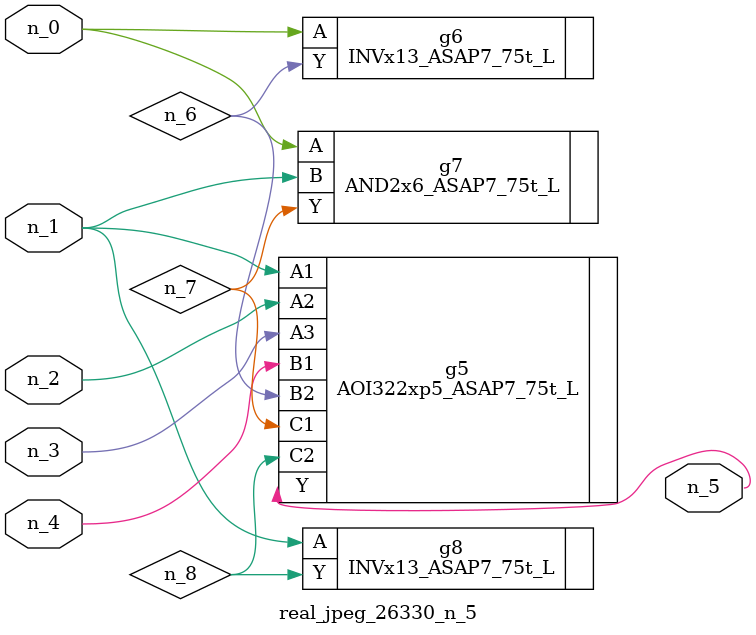
<source format=v>
module real_jpeg_26330_n_5 (n_4, n_0, n_1, n_2, n_3, n_5);

input n_4;
input n_0;
input n_1;
input n_2;
input n_3;

output n_5;

wire n_8;
wire n_6;
wire n_7;

INVx13_ASAP7_75t_L g6 ( 
.A(n_0),
.Y(n_6)
);

AND2x6_ASAP7_75t_L g7 ( 
.A(n_0),
.B(n_1),
.Y(n_7)
);

AOI322xp5_ASAP7_75t_L g5 ( 
.A1(n_1),
.A2(n_2),
.A3(n_3),
.B1(n_4),
.B2(n_6),
.C1(n_7),
.C2(n_8),
.Y(n_5)
);

INVx13_ASAP7_75t_L g8 ( 
.A(n_1),
.Y(n_8)
);


endmodule
</source>
